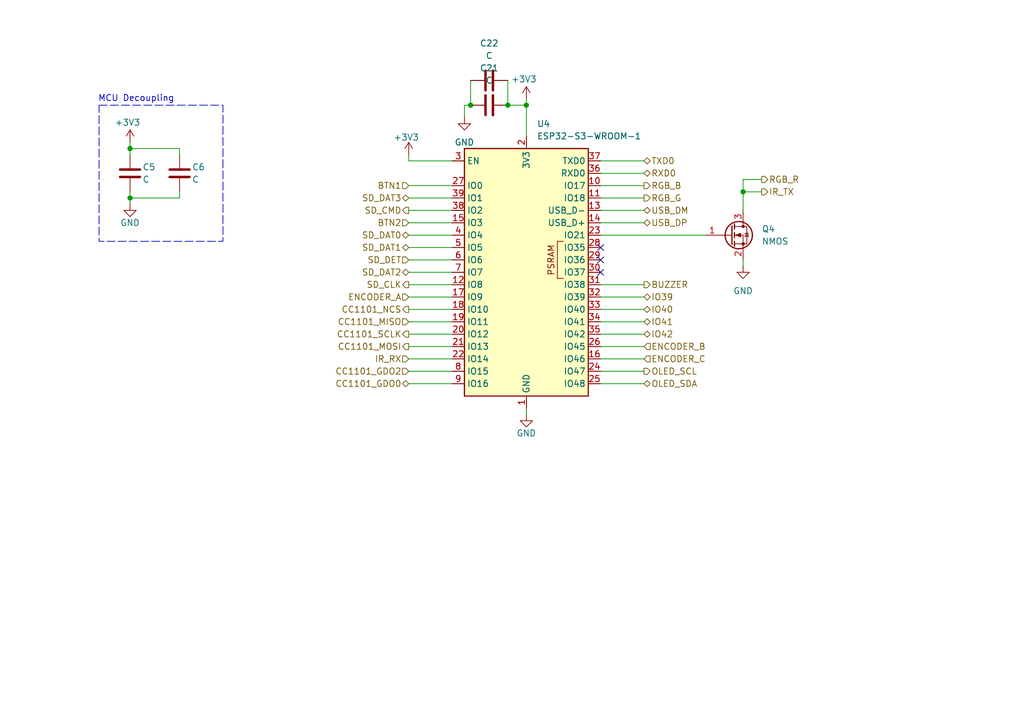
<source format=kicad_sch>
(kicad_sch (version 20250114) (generator "eeschema") (generator_version "9.0")
  (paper "A5")
  (lib_symbols
    (symbol "Device:C" (pin_numbers (hide yes)) (pin_names (offset 0.254))
      (property "Reference" "C" (at 0.635 2.54 0))
      (property "Value" "C" (at 0.635 -2.54 0))
      (symbol "C_0_1"
        (polyline (pts (xy -2.032 0.762) (xy 2.032 0.762)) (stroke (width 0.508)))
        (polyline (pts (xy -2.032 -0.762) (xy 2.032 -0.762)) (stroke (width 0.508)))
      )
      (symbol "C_1_1"
        (pin passive line (at 0 3.81 270) (length 2.794) (name "~") (number "1"))
        (pin passive line (at 0 -3.81 90) (length 2.794) (name "~") (number "2"))
      )
    )
    (symbol "RF_Module:ESP32-S3-WROOM-1"
      (property "Reference" "U" (at -12.7 26.67 0))
      (property "Value" "ESP32-S3-WROOM-1" (at 12.7 26.67 0))
      (symbol "ESP32-S3-WROOM-1_0_0"
        (rectangle (start -12.7 25.4) (end 12.7 -25.4) (stroke (width 0.254)) (fill (type background)))
        (text "PSRAM" (at 5.08 2.54 900) (effects (font (size 1.27 1.27))))
      )
      (symbol "ESP32-S3-WROOM-1_0_1"
        (polyline (pts (xy 7.62 -1.27) (xy 6.35 -1.27) (xy 6.35 6.35) (xy 7.62 6.35)))
      )
      (symbol "ESP32-S3-WROOM-1_1_1"
        (pin input line (at -15.24 22.86 0) (length 2.54) (name "EN") (number "3"))
        (pin bidirectional line (at -15.24 17.78 0) (length 2.54) (name "IO0") (number "27"))
        (pin bidirectional line (at -15.24 15.24 0) (length 2.54) (name "IO1") (number "39"))
        (pin bidirectional line (at -15.24 12.7 0) (length 2.54) (name "IO2") (number "38"))
        (pin bidirectional line (at -15.24 10.16 0) (length 2.54) (name "IO3") (number "15"))
        (pin bidirectional line (at -15.24 7.62 0) (length 2.54) (name "IO4") (number "4"))
        (pin bidirectional line (at -15.24 5.08 0) (length 2.54) (name "IO5") (number "5"))
        (pin bidirectional line (at -15.24 2.54 0) (length 2.54) (name "IO6") (number "6"))
        (pin bidirectional line (at -15.24 0 0) (length 2.54) (name "IO7") (number "7"))
        (pin bidirectional line (at -15.24 -2.54 0) (length 2.54) (name "IO8") (number "12"))
        (pin bidirectional line (at -15.24 -5.08 0) (length 2.54) (name "IO9") (number "17"))
        (pin bidirectional line (at -15.24 -7.62 0) (length 2.54) (name "IO10") (number "18"))
        (pin bidirectional line (at -15.24 -10.16 0) (length 2.54) (name "IO11") (number "19"))
        (pin bidirectional line (at -15.24 -12.7 0) (length 2.54) (name "IO12") (number "20"))
        (pin bidirectional line (at -15.24 -15.24 0) (length 2.54) (name "IO13") (number "21"))
        (pin bidirectional line (at -15.24 -17.78 0) (length 2.54) (name "IO14") (number "22"))
        (pin bidirectional line (at -15.24 -20.32 0) (length 2.54) (name "IO15") (number "8"))
        (pin bidirectional line (at -15.24 -22.86 0) (length 2.54) (name "IO16") (number "9"))
        (pin power_in line (at 0 27.94 270) (length 2.54) (name "3V3") (number "2"))
        (pin power_in line (at 0 -27.94 90) (length 2.54) (name "GND") (number "1"))
        (pin passive line (at 0 -27.94 90) (length 2.54) (hide yes) (name "GND") (number "40"))
        (pin passive line (at 0 -27.94 90) (length 2.54) (hide yes) (name "GND") (number "41"))
        (pin bidirectional line (at 15.24 22.86 180) (length 2.54) (name "TXD0") (number "37"))
        (pin bidirectional line (at 15.24 20.32 180) (length 2.54) (name "RXD0") (number "36"))
        (pin bidirectional line (at 15.24 17.78 180) (length 2.54) (name "IO17") (number "10"))
        (pin bidirectional line (at 15.24 15.24 180) (length 2.54) (name "IO18") (number "11"))
        (pin bidirectional line (at 15.24 12.7 180) (length 2.54) (name "USB_D-") (number "13"))
        (pin bidirectional line (at 15.24 10.16 180) (length 2.54) (name "USB_D+") (number "14"))
        (pin bidirectional line (at 15.24 7.62 180) (length 2.54) (name "IO21") (number "23"))
        (pin bidirectional line (at 15.24 5.08 180) (length 2.54) (name "IO35") (number "28"))
        (pin bidirectional line (at 15.24 2.54 180) (length 2.54) (name "IO36") (number "29"))
        (pin bidirectional line (at 15.24 0 180) (length 2.54) (name "IO37") (number "30"))
        (pin bidirectional line (at 15.24 -2.54 180) (length 2.54) (name "IO38") (number "31"))
        (pin bidirectional line (at 15.24 -5.08 180) (length 2.54) (name "IO39") (number "32"))
        (pin bidirectional line (at 15.24 -7.62 180) (length 2.54) (name "IO40") (number "33"))
        (pin bidirectional line (at 15.24 -10.16 180) (length 2.54) (name "IO41") (number "34"))
        (pin bidirectional line (at 15.24 -12.7 180) (length 2.54) (name "IO42") (number "35"))
        (pin bidirectional line (at 15.24 -15.24 180) (length 2.54) (name "IO45") (number "26"))
        (pin bidirectional line (at 15.24 -17.78 180) (length 2.54) (name "IO46") (number "16"))
        (pin bidirectional line (at 15.24 -20.32 180) (length 2.54) (name "IO47") (number "24"))
        (pin bidirectional line (at 15.24 -22.86 180) (length 2.54) (name "IO48") (number "25"))
      )
    )
    (symbol "Transistor_FET:Q_NMOS_GSD" (pin_names (offset 0) (hide yes))
      (property "Reference" "Q" (at 5.08 1.905 0))
      (property "Value" "Q_NMOS_GSD" (at 5.08 0 0))
      (symbol "Q_NMOS_GSD_0_1"
        (polyline (pts (xy 0.254 1.905) (xy 0.254 -1.905)) (stroke (width 0.254)))
        (polyline (pts (xy 0.254 0) (xy -2.54 0)))
        (polyline (pts (xy 0.762 2.286) (xy 0.762 1.27)) (stroke (width 0.254)))
        (polyline (pts (xy 0.762 0.508) (xy 0.762 -0.508)) (stroke (width 0.254)))
        (polyline (pts (xy 0.762 -1.27) (xy 0.762 -2.286)) (stroke (width 0.254)))
        (polyline (pts (xy 0.762 -1.778) (xy 3.302 -1.778) (xy 3.302 1.778) (xy 0.762 1.778)))
        (polyline (pts (xy 1.016 0) (xy 2.032 0.381) (xy 2.032 -0.381) (xy 1.016 0)) (fill (type outline)))
        (circle (center 1.651 0) (radius 2.794) (stroke (width 0.254)))
        (polyline (pts (xy 2.54 2.54) (xy 2.54 1.778)))
        (circle (center 2.54 1.778) (radius 0.254) (fill (type outline)))
        (circle (center 2.54 -1.778) (radius 0.254) (fill (type outline)))
        (polyline (pts (xy 2.54 -2.54) (xy 2.54 0) (xy 0.762 0)))
        (polyline (pts (xy 2.921 0.381) (xy 3.683 0.381)))
        (polyline (pts (xy 3.302 0.381) (xy 2.921 -0.254) (xy 3.683 -0.254) (xy 3.302 0.381)))
      )
      (symbol "Q_NMOS_GSD_1_1"
        (pin input line (at -5.08 0 0) (length 2.54) (name "G") (number "1"))
        (pin passive line (at 2.54 5.08 270) (length 2.54) (name "D") (number "3"))
        (pin passive line (at 2.54 -5.08 90) (length 2.54) (name "S") (number "2"))
      )
    )
    (symbol "power:+3V3" (power) (pin_numbers (hide yes)) (pin_names (offset 0) (hide yes))
      (property "Value" "+3V3" (at 0 3.556 0))
      (symbol "+3V3_0_1"
        (polyline (pts (xy -0.762 1.27) (xy 0 2.54)))
        (polyline (pts (xy 0 2.54) (xy 0.762 1.27)))
        (polyline (pts (xy 0 0) (xy 0 2.54)))
      )
      (symbol "+3V3_1_1"
        (pin power_in line (at 0 0 90) (length 0) (name "~") (number "1"))
      )
    )
    (symbol "power:GND" (power) (pin_numbers (hide yes)) (pin_names (offset 0) (hide yes))
      (property "Value" "GND" (at 0 -3.81 0))
      (symbol "GND_0_1"
        (polyline (pts (xy 0 0) (xy 0 -1.27) (xy 1.27 -1.27) (xy 0 -2.54) (xy -1.27 -1.27) (xy 0 -1.27)))
      )
      (symbol "GND_1_1"
        (pin power_in line (at 0 0 270) (length 0) (name "~") (number "1"))
      )
    )
  )
  (rectangle (start 20.32 21.59) (end 45.72 49.53) (stroke (width 0) (type dash)))
  (text "MCU Decoupling" (at 27.94 20.32 0) (effects (font (size 1.27 1.27))))
  (junction (at 26.67 30.48))
  (junction (at 26.67 40.64))
  (junction (at 104.14 21.59))
  (junction (at 96.52 21.59))
  (junction (at 107.95 21.59))
  (junction (at 152.4 39.37))
  (no_connect (at 123.19 53.34))
  (no_connect (at 123.19 50.8))
  (no_connect (at 123.19 55.88))
  (wire (pts (xy 26.67 40.64) (xy 36.83 40.64)))
  (wire (pts (xy 26.67 30.48) (xy 26.67 31.75)))
  (wire (pts (xy 26.67 29.21) (xy 26.67 30.48)))
  (wire (pts (xy 152.4 36.83) (xy 156.21 36.83)))
  (wire (pts (xy 83.82 50.8) (xy 92.71 50.8)))
  (wire (pts (xy 123.19 66.04) (xy 132.08 66.04)))
  (wire (pts (xy 83.82 66.04) (xy 92.71 66.04)))
  (wire (pts (xy 123.19 33.02) (xy 132.08 33.02)))
  (wire (pts (xy 26.67 39.37) (xy 26.67 40.64)))
  (wire (pts (xy 152.4 54.61) (xy 152.4 53.34)))
  (wire (pts (xy 152.4 39.37) (xy 156.21 39.37)))
  (wire (pts (xy 107.95 21.59) (xy 107.95 27.94)))
  (wire (pts (xy 83.82 60.96) (xy 92.71 60.96)))
  (wire (pts (xy 132.08 40.64) (xy 123.19 40.64)))
  (wire (pts (xy 83.82 45.72) (xy 92.71 45.72)))
  (wire (pts (xy 83.82 71.12) (xy 92.71 71.12)))
  (wire (pts (xy 36.83 40.64) (xy 36.83 39.37)))
  (wire (pts (xy 123.19 45.72) (xy 132.08 45.72)))
  (wire (pts (xy 26.67 40.64) (xy 26.67 41.91)))
  (wire (pts (xy 36.83 30.48) (xy 36.83 31.75)))
  (wire (pts (xy 83.82 78.74) (xy 92.71 78.74)))
  (wire (pts (xy 83.82 38.1) (xy 92.71 38.1)))
  (wire (pts (xy 95.25 21.59) (xy 95.25 24.13)))
  (wire (pts (xy 123.19 60.96) (xy 132.08 60.96)))
  (wire (pts (xy 123.19 35.56) (xy 132.08 35.56)))
  (wire (pts (xy 132.08 76.2) (xy 123.19 76.2)))
  (wire (pts (xy 83.82 40.64) (xy 92.71 40.64)))
  (wire (pts (xy 26.67 30.48) (xy 36.83 30.48)))
  (wire (pts (xy 83.82 43.18) (xy 92.71 43.18)))
  (wire (pts (xy 83.82 31.75) (xy 83.82 33.02)))
  (wire (pts (xy 107.95 20.32) (xy 107.95 21.59)))
  (wire (pts (xy 123.19 68.58) (xy 132.08 68.58)))
  (wire (pts (xy 132.08 38.1) (xy 123.19 38.1)))
  (wire (pts (xy 83.82 76.2) (xy 92.71 76.2)))
  (wire (pts (xy 123.19 71.12) (xy 132.08 71.12)))
  (wire (pts (xy 83.82 68.58) (xy 92.71 68.58)))
  (wire (pts (xy 107.95 83.82) (xy 107.95 85.09)))
  (wire (pts (xy 83.82 55.88) (xy 92.71 55.88)))
  (wire (pts (xy 83.82 33.02) (xy 92.71 33.02)))
  (wire (pts (xy 152.4 39.37) (xy 152.4 36.83)))
  (wire (pts (xy 83.82 53.34) (xy 92.71 53.34)))
  (wire (pts (xy 152.4 43.18) (xy 152.4 39.37)))
  (wire (pts (xy 96.52 16.51) (xy 96.52 21.59)))
  (wire (pts (xy 123.19 63.5) (xy 132.08 63.5)))
  (wire (pts (xy 123.19 58.42) (xy 132.08 58.42)))
  (wire (pts (xy 83.82 58.42) (xy 92.71 58.42)))
  (wire (pts (xy 83.82 63.5) (xy 92.71 63.5)))
  (wire (pts (xy 123.19 48.26) (xy 144.78 48.26)))
  (wire (pts (xy 123.19 73.66) (xy 132.08 73.66)))
  (wire (pts (xy 123.19 43.18) (xy 132.08 43.18)))
  (wire (pts (xy 95.25 21.59) (xy 96.52 21.59)))
  (wire (pts (xy 104.14 21.59) (xy 107.95 21.59)))
  (wire (pts (xy 83.82 48.26) (xy 92.71 48.26)))
  (wire (pts (xy 83.82 73.66) (xy 92.71 73.66)))
  (wire (pts (xy 104.14 16.51) (xy 104.14 21.59)))
  (wire (pts (xy 132.08 78.74) (xy 123.19 78.74)))
  (hierarchical_label "BTN2" (shape input) (at 83.82 45.72 180))
  (hierarchical_label "ENCODER_B" (shape input) (at 132.08 71.12 0))
  (hierarchical_label "ENCODER_C" (shape input) (at 132.08 73.66 0))
  (hierarchical_label "RGB_R" (shape output) (at 156.21 36.83 0))
  (hierarchical_label "RGB_B" (shape output) (at 132.08 38.1 0))
  (hierarchical_label "BUZZER" (shape output) (at 132.08 58.42 0))
  (hierarchical_label "IO40" (shape bidirectional) (at 132.08 63.5 0))
  (hierarchical_label "TXD0" (shape bidirectional) (at 132.08 33.02 0))
  (hierarchical_label "USB_DP" (shape bidirectional) (at 132.08 45.72 0))
  (hierarchical_label "RXD0" (shape bidirectional) (at 132.08 35.56 0))
  (hierarchical_label "USB_DM" (shape bidirectional) (at 132.08 43.18 0))
  (hierarchical_label "ENCODER_A" (shape input) (at 83.82 60.96 180))
  (hierarchical_label "IO42" (shape bidirectional) (at 132.08 68.58 0))
  (hierarchical_label "SD_CLK" (shape output) (at 83.82 58.42 180))
  (hierarchical_label "IR_TX" (shape output) (at 156.21 39.37 0))
  (hierarchical_label "CC1101_MOSI" (shape output) (at 83.82 71.12 180))
  (hierarchical_label "IR_RX" (shape input) (at 83.82 73.66 180))
  (hierarchical_label "CC1101_MISO" (shape input) (at 83.82 66.04 180))
  (hierarchical_label "SD_DAT0" (shape bidirectional) (at 83.82 48.26 180))
  (hierarchical_label "RGB_G" (shape output) (at 132.08 40.64 0))
  (hierarchical_label "BTN1" (shape input) (at 83.82 38.1 180))
  (hierarchical_label "CC1101_GDO2" (shape input) (at 83.82 76.2 180))
  (hierarchical_label "SD_DAT3" (shape bidirectional) (at 83.82 40.64 180))
  (hierarchical_label "SD_DAT2" (shape bidirectional) (at 83.82 55.88 180))
  (hierarchical_label "SD_CMD" (shape output) (at 83.82 43.18 180))
  (hierarchical_label "IO39" (shape bidirectional) (at 132.08 60.96 0))
  (hierarchical_label "CC1101_SCLK" (shape output) (at 83.82 68.58 180))
  (hierarchical_label "CC1101_NCS" (shape output) (at 83.82 63.5 180))
  (hierarchical_label "SD_DAT1" (shape bidirectional) (at 83.82 50.8 180))
  (hierarchical_label "OLED_SCL" (shape output) (at 132.08 76.2 0))
  (hierarchical_label "SD_DET" (shape input) (at 83.82 53.34 180))
  (hierarchical_label "OLED_SDA" (shape bidirectional) (at 132.08 78.74 0))
  (hierarchical_label "IO41" (shape bidirectional) (at 132.08 66.04 0))
  (hierarchical_label "CC1101_GDO0" (shape bidirectional) (at 83.82 78.74 180))
  (symbol (lib_id "power:GND") (at 95.25 24.13 0) (unit 1)
    (property "Reference" "#PWR048" (effects (hide yes)))
    (property "Value" "GND" (at 95.25 29.21 0))
    (property "Description" "Power symbol creates a global label with name \"GND\" , ground" (effects (hide yes)))
  )
  (symbol (lib_id "Device:C") (at 100.33 16.51 90) (unit 1)
    (property "Reference" "C22" (at 100.33 8.89 90))
    (property "Value" "C" (at 100.33 11.43 90))
    (property "Footprint" "Capacitor_SMD:C_0805_2012Metric" (effects (hide yes)))
    (property "Description" "Unpolarized capacitor" (effects (hide yes)))
  )
  (symbol (lib_id "power:+3V3") (at 26.67 29.21 0) (unit 1)
    (property "Reference" "#PWR011" (effects (hide yes)))
    (property "Value" "+3V3" (at 26.162 25.146 0))
    (property "Description" "Power symbol creates a global label with name \"+3V3\"" (effects (hide yes)))
  )
  (symbol (lib_id "RF_Module:ESP32-S3-WROOM-1") (at 107.95 55.88 0) (unit 1)
    (property "Reference" "U4" (at 110.0933 25.4 0) (effects (justify left)))
    (property "Value" "ESP32-S3-WROOM-1" (at 110.0933 27.94 0) (effects (justify left)))
    (property "Footprint" "RF_Module:ESP32-S3-WROOM-1" (effects (hide yes)))
    (property "Datasheet" "https://www.espressif.com/sites/default/files/documentation/esp32-s3-wroom-1_wroom-1u_datasheet_en.pdf" (effects (hide yes)))
    (property "Description" "RF Module, ESP32-S3 SoC, Wi-Fi 802.11b/g/n, Bluetooth, BLE, 32-bit, 3.3V, onboard antenna, SMD" (effects (hide yes)))
  )
  (symbol (lib_id "Device:C") (at 100.33 21.59 90) (unit 1)
    (property "Reference" "C21" (at 100.33 13.97 90))
    (property "Value" "C" (at 100.33 16.51 90))
    (property "Footprint" "Capacitor_SMD:C_0805_2012Metric" (effects (hide yes)))
    (property "Description" "Unpolarized capacitor" (effects (hide yes)))
  )
  (symbol (lib_id "Device:C") (at 26.67 35.56 0) (unit 1)
    (property "Reference" "C5" (at 29.21 34.29 0) (effects (justify left)))
    (property "Value" "C" (at 29.21 36.83 0) (effects (justify left)))
    (property "Footprint" "Capacitor_SMD:C_0603_1608Metric" (effects (hide yes)))
    (property "Description" "Unpolarized capacitor" (effects (hide yes)))
  )
  (symbol (lib_id "Device:C") (at 36.83 35.56 0) (unit 1)
    (property "Reference" "C6" (at 39.37 34.29 0) (effects (justify left)))
    (property "Value" "C" (at 39.37 36.83 0) (effects (justify left)))
    (property "Footprint" "Capacitor_SMD:C_0603_1608Metric" (effects (hide yes)))
    (property "Description" "Unpolarized capacitor" (effects (hide yes)))
  )
  (symbol (lib_id "Transistor_FET:Q_NMOS_GSD") (at 149.86 48.26 0) (unit 1)
    (property "Reference" "Q4" (at 156.21 46.9899 0) (effects (justify left)))
    (property "Value" "NMOS" (at 156.21 49.5299 0) (effects (justify left)))
    (property "Footprint" "Package_TO_SOT_SMD:SOT-23" (effects (hide yes)))
    (property "Description" "N-MOSFET transistor, gate/source/drain" (effects (hide yes)))
    (property "Sim.Device" "NMOS" (effects (hide yes)))
    (property "Sim.Type" "VDMOS" (effects (hide yes)))
    (property "Sim.Pins" "1=D 2=G 3=S" (effects (hide yes)))
  )
  (symbol (lib_id "power:+3V3") (at 107.95 20.32 0) (unit 1)
    (property "Reference" "#PWR014" (effects (hide yes)))
    (property "Value" "+3V3" (at 107.442 16.256 0))
    (property "Description" "Power symbol creates a global label with name \"+3V3\"" (effects (hide yes)))
  )
  (symbol (lib_id "power:+3V3") (at 83.82 31.75 0) (unit 1)
    (property "Reference" "#PWR013" (effects (hide yes)))
    (property "Value" "+3V3" (at 83.312 28.194 0))
    (property "Description" "Power symbol creates a global label with name \"+3V3\"" (effects (hide yes)))
  )
  (symbol (lib_id "power:GND") (at 107.95 85.09 0) (unit 1)
    (property "Reference" "#PWR015" (effects (hide yes)))
    (property "Value" "GND" (at 107.95 88.9 0))
    (property "Description" "Power symbol creates a global label with name \"GND\" , ground" (effects (hide yes)))
  )
  (symbol (lib_id "power:GND") (at 152.4 54.61 0) (unit 1)
    (property "Reference" "#PWR046" (effects (hide yes)))
    (property "Value" "GND" (at 152.4 59.69 0))
    (property "Description" "Power symbol creates a global label with name \"GND\" , ground" (effects (hide yes)))
  )
  (symbol (lib_id "power:GND") (at 26.67 41.91 0) (unit 1)
    (property "Reference" "#PWR012" (effects (hide yes)))
    (property "Value" "GND" (at 26.67 45.72 0))
    (property "Description" "Power symbol creates a global label with name \"GND\" , ground" (effects (hide yes)))
  )
)
</source>
